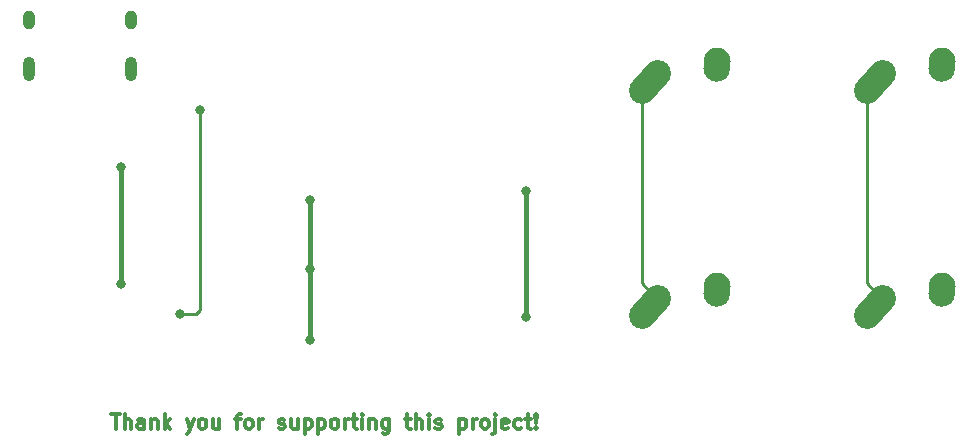
<source format=gbr>
%TF.GenerationSoftware,KiCad,Pcbnew,(6.0.0)*%
%TF.CreationDate,2023-04-29T04:55:56-07:00*%
%TF.ProjectId,coolpcbproject,636f6f6c-7063-4627-9072-6f6a6563742e,rev?*%
%TF.SameCoordinates,Original*%
%TF.FileFunction,Copper,L1,Top*%
%TF.FilePolarity,Positive*%
%FSLAX46Y46*%
G04 Gerber Fmt 4.6, Leading zero omitted, Abs format (unit mm)*
G04 Created by KiCad (PCBNEW (6.0.0)) date 2023-04-29 04:55:56*
%MOMM*%
%LPD*%
G01*
G04 APERTURE LIST*
G04 Aperture macros list*
%AMHorizOval*
0 Thick line with rounded ends*
0 $1 width*
0 $2 $3 position (X,Y) of the first rounded end (center of the circle)*
0 $4 $5 position (X,Y) of the second rounded end (center of the circle)*
0 Add line between two ends*
20,1,$1,$2,$3,$4,$5,0*
0 Add two circle primitives to create the rounded ends*
1,1,$1,$2,$3*
1,1,$1,$4,$5*%
G04 Aperture macros list end*
%ADD10C,0.300000*%
%TA.AperFunction,NonConductor*%
%ADD11C,0.300000*%
%TD*%
%TA.AperFunction,ComponentPad*%
%ADD12HorizOval,2.250000X0.655008X0.729993X-0.655008X-0.729993X0*%
%TD*%
%TA.AperFunction,ComponentPad*%
%ADD13C,2.250000*%
%TD*%
%TA.AperFunction,ComponentPad*%
%ADD14HorizOval,2.250000X0.020000X0.290000X-0.020000X-0.290000X0*%
%TD*%
%TA.AperFunction,ComponentPad*%
%ADD15HorizOval,2.250000X0.655001X0.730000X-0.655001X-0.730000X0*%
%TD*%
%TA.AperFunction,ComponentPad*%
%ADD16O,1.000000X1.600000*%
%TD*%
%TA.AperFunction,ComponentPad*%
%ADD17O,1.000000X2.100000*%
%TD*%
%TA.AperFunction,ViaPad*%
%ADD18C,0.800000*%
%TD*%
%TA.AperFunction,Conductor*%
%ADD19C,0.381000*%
%TD*%
%TA.AperFunction,Conductor*%
%ADD20C,0.254000*%
%TD*%
G04 APERTURE END LIST*
D10*
D11*
X140557523Y-113742476D02*
X141271809Y-113742476D01*
X140914666Y-114992476D02*
X140914666Y-113742476D01*
X141688476Y-114992476D02*
X141688476Y-113742476D01*
X142224190Y-114992476D02*
X142224190Y-114337714D01*
X142164666Y-114218666D01*
X142045619Y-114159142D01*
X141867047Y-114159142D01*
X141748000Y-114218666D01*
X141688476Y-114278190D01*
X143355142Y-114992476D02*
X143355142Y-114337714D01*
X143295619Y-114218666D01*
X143176571Y-114159142D01*
X142938476Y-114159142D01*
X142819428Y-114218666D01*
X143355142Y-114932952D02*
X143236095Y-114992476D01*
X142938476Y-114992476D01*
X142819428Y-114932952D01*
X142759904Y-114813904D01*
X142759904Y-114694857D01*
X142819428Y-114575809D01*
X142938476Y-114516285D01*
X143236095Y-114516285D01*
X143355142Y-114456761D01*
X143950380Y-114159142D02*
X143950380Y-114992476D01*
X143950380Y-114278190D02*
X144009904Y-114218666D01*
X144128952Y-114159142D01*
X144307523Y-114159142D01*
X144426571Y-114218666D01*
X144486095Y-114337714D01*
X144486095Y-114992476D01*
X145081333Y-114992476D02*
X145081333Y-113742476D01*
X145200380Y-114516285D02*
X145557523Y-114992476D01*
X145557523Y-114159142D02*
X145081333Y-114635333D01*
X146926571Y-114159142D02*
X147224190Y-114992476D01*
X147521809Y-114159142D02*
X147224190Y-114992476D01*
X147105142Y-115290095D01*
X147045619Y-115349619D01*
X146926571Y-115409142D01*
X148176571Y-114992476D02*
X148057523Y-114932952D01*
X147998000Y-114873428D01*
X147938476Y-114754380D01*
X147938476Y-114397238D01*
X147998000Y-114278190D01*
X148057523Y-114218666D01*
X148176571Y-114159142D01*
X148355142Y-114159142D01*
X148474190Y-114218666D01*
X148533714Y-114278190D01*
X148593238Y-114397238D01*
X148593238Y-114754380D01*
X148533714Y-114873428D01*
X148474190Y-114932952D01*
X148355142Y-114992476D01*
X148176571Y-114992476D01*
X149664666Y-114159142D02*
X149664666Y-114992476D01*
X149128952Y-114159142D02*
X149128952Y-114813904D01*
X149188476Y-114932952D01*
X149307523Y-114992476D01*
X149486095Y-114992476D01*
X149605142Y-114932952D01*
X149664666Y-114873428D01*
X151033714Y-114159142D02*
X151509904Y-114159142D01*
X151212285Y-114992476D02*
X151212285Y-113921047D01*
X151271809Y-113802000D01*
X151390857Y-113742476D01*
X151509904Y-113742476D01*
X152105142Y-114992476D02*
X151986095Y-114932952D01*
X151926571Y-114873428D01*
X151867047Y-114754380D01*
X151867047Y-114397238D01*
X151926571Y-114278190D01*
X151986095Y-114218666D01*
X152105142Y-114159142D01*
X152283714Y-114159142D01*
X152402761Y-114218666D01*
X152462285Y-114278190D01*
X152521809Y-114397238D01*
X152521809Y-114754380D01*
X152462285Y-114873428D01*
X152402761Y-114932952D01*
X152283714Y-114992476D01*
X152105142Y-114992476D01*
X153057523Y-114992476D02*
X153057523Y-114159142D01*
X153057523Y-114397238D02*
X153117047Y-114278190D01*
X153176571Y-114218666D01*
X153295619Y-114159142D01*
X153414666Y-114159142D01*
X154724190Y-114932952D02*
X154843238Y-114992476D01*
X155081333Y-114992476D01*
X155200380Y-114932952D01*
X155259904Y-114813904D01*
X155259904Y-114754380D01*
X155200380Y-114635333D01*
X155081333Y-114575809D01*
X154902761Y-114575809D01*
X154783714Y-114516285D01*
X154724190Y-114397238D01*
X154724190Y-114337714D01*
X154783714Y-114218666D01*
X154902761Y-114159142D01*
X155081333Y-114159142D01*
X155200380Y-114218666D01*
X156331333Y-114159142D02*
X156331333Y-114992476D01*
X155795619Y-114159142D02*
X155795619Y-114813904D01*
X155855142Y-114932952D01*
X155974190Y-114992476D01*
X156152761Y-114992476D01*
X156271809Y-114932952D01*
X156331333Y-114873428D01*
X156926571Y-114159142D02*
X156926571Y-115409142D01*
X156926571Y-114218666D02*
X157045619Y-114159142D01*
X157283714Y-114159142D01*
X157402761Y-114218666D01*
X157462285Y-114278190D01*
X157521809Y-114397238D01*
X157521809Y-114754380D01*
X157462285Y-114873428D01*
X157402761Y-114932952D01*
X157283714Y-114992476D01*
X157045619Y-114992476D01*
X156926571Y-114932952D01*
X158057523Y-114159142D02*
X158057523Y-115409142D01*
X158057523Y-114218666D02*
X158176571Y-114159142D01*
X158414666Y-114159142D01*
X158533714Y-114218666D01*
X158593238Y-114278190D01*
X158652761Y-114397238D01*
X158652761Y-114754380D01*
X158593238Y-114873428D01*
X158533714Y-114932952D01*
X158414666Y-114992476D01*
X158176571Y-114992476D01*
X158057523Y-114932952D01*
X159367047Y-114992476D02*
X159248000Y-114932952D01*
X159188476Y-114873428D01*
X159128952Y-114754380D01*
X159128952Y-114397238D01*
X159188476Y-114278190D01*
X159248000Y-114218666D01*
X159367047Y-114159142D01*
X159545619Y-114159142D01*
X159664666Y-114218666D01*
X159724190Y-114278190D01*
X159783714Y-114397238D01*
X159783714Y-114754380D01*
X159724190Y-114873428D01*
X159664666Y-114932952D01*
X159545619Y-114992476D01*
X159367047Y-114992476D01*
X160319428Y-114992476D02*
X160319428Y-114159142D01*
X160319428Y-114397238D02*
X160378952Y-114278190D01*
X160438476Y-114218666D01*
X160557523Y-114159142D01*
X160676571Y-114159142D01*
X160914666Y-114159142D02*
X161390857Y-114159142D01*
X161093238Y-113742476D02*
X161093238Y-114813904D01*
X161152761Y-114932952D01*
X161271809Y-114992476D01*
X161390857Y-114992476D01*
X161807523Y-114992476D02*
X161807523Y-114159142D01*
X161807523Y-113742476D02*
X161747999Y-113802000D01*
X161807523Y-113861523D01*
X161867047Y-113802000D01*
X161807523Y-113742476D01*
X161807523Y-113861523D01*
X162402761Y-114159142D02*
X162402761Y-114992476D01*
X162402761Y-114278190D02*
X162462285Y-114218666D01*
X162581333Y-114159142D01*
X162759904Y-114159142D01*
X162878952Y-114218666D01*
X162938476Y-114337714D01*
X162938476Y-114992476D01*
X164069428Y-114159142D02*
X164069428Y-115171047D01*
X164009904Y-115290095D01*
X163950380Y-115349619D01*
X163831333Y-115409142D01*
X163652761Y-115409142D01*
X163533714Y-115349619D01*
X164069428Y-114932952D02*
X163950380Y-114992476D01*
X163712285Y-114992476D01*
X163593238Y-114932952D01*
X163533714Y-114873428D01*
X163474190Y-114754380D01*
X163474190Y-114397238D01*
X163533714Y-114278190D01*
X163593238Y-114218666D01*
X163712285Y-114159142D01*
X163950380Y-114159142D01*
X164069428Y-114218666D01*
X165438476Y-114159142D02*
X165914666Y-114159142D01*
X165617047Y-113742476D02*
X165617047Y-114813904D01*
X165676571Y-114932952D01*
X165795619Y-114992476D01*
X165914666Y-114992476D01*
X166331333Y-114992476D02*
X166331333Y-113742476D01*
X166867047Y-114992476D02*
X166867047Y-114337714D01*
X166807523Y-114218666D01*
X166688476Y-114159142D01*
X166509904Y-114159142D01*
X166390857Y-114218666D01*
X166331333Y-114278190D01*
X167462285Y-114992476D02*
X167462285Y-114159142D01*
X167462285Y-113742476D02*
X167402761Y-113802000D01*
X167462285Y-113861523D01*
X167521809Y-113802000D01*
X167462285Y-113742476D01*
X167462285Y-113861523D01*
X167997999Y-114932952D02*
X168117047Y-114992476D01*
X168355142Y-114992476D01*
X168474190Y-114932952D01*
X168533714Y-114813904D01*
X168533714Y-114754380D01*
X168474190Y-114635333D01*
X168355142Y-114575809D01*
X168176571Y-114575809D01*
X168057523Y-114516285D01*
X167997999Y-114397238D01*
X167997999Y-114337714D01*
X168057523Y-114218666D01*
X168176571Y-114159142D01*
X168355142Y-114159142D01*
X168474190Y-114218666D01*
X170021809Y-114159142D02*
X170021809Y-115409142D01*
X170021809Y-114218666D02*
X170140857Y-114159142D01*
X170378952Y-114159142D01*
X170497999Y-114218666D01*
X170557523Y-114278190D01*
X170617047Y-114397238D01*
X170617047Y-114754380D01*
X170557523Y-114873428D01*
X170497999Y-114932952D01*
X170378952Y-114992476D01*
X170140857Y-114992476D01*
X170021809Y-114932952D01*
X171152761Y-114992476D02*
X171152761Y-114159142D01*
X171152761Y-114397238D02*
X171212285Y-114278190D01*
X171271809Y-114218666D01*
X171390857Y-114159142D01*
X171509904Y-114159142D01*
X172105142Y-114992476D02*
X171986095Y-114932952D01*
X171926571Y-114873428D01*
X171867047Y-114754380D01*
X171867047Y-114397238D01*
X171926571Y-114278190D01*
X171986095Y-114218666D01*
X172105142Y-114159142D01*
X172283714Y-114159142D01*
X172402761Y-114218666D01*
X172462285Y-114278190D01*
X172521809Y-114397238D01*
X172521809Y-114754380D01*
X172462285Y-114873428D01*
X172402761Y-114932952D01*
X172283714Y-114992476D01*
X172105142Y-114992476D01*
X173057523Y-114159142D02*
X173057523Y-115230571D01*
X172997999Y-115349619D01*
X172878952Y-115409142D01*
X172819428Y-115409142D01*
X173057523Y-113742476D02*
X172997999Y-113802000D01*
X173057523Y-113861523D01*
X173117047Y-113802000D01*
X173057523Y-113742476D01*
X173057523Y-113861523D01*
X174128952Y-114932952D02*
X174009904Y-114992476D01*
X173771809Y-114992476D01*
X173652761Y-114932952D01*
X173593238Y-114813904D01*
X173593238Y-114337714D01*
X173652761Y-114218666D01*
X173771809Y-114159142D01*
X174009904Y-114159142D01*
X174128952Y-114218666D01*
X174188476Y-114337714D01*
X174188476Y-114456761D01*
X173593238Y-114575809D01*
X175259904Y-114932952D02*
X175140857Y-114992476D01*
X174902761Y-114992476D01*
X174783714Y-114932952D01*
X174724190Y-114873428D01*
X174664666Y-114754380D01*
X174664666Y-114397238D01*
X174724190Y-114278190D01*
X174783714Y-114218666D01*
X174902761Y-114159142D01*
X175140857Y-114159142D01*
X175259904Y-114218666D01*
X175617047Y-114159142D02*
X176093238Y-114159142D01*
X175795619Y-113742476D02*
X175795619Y-114813904D01*
X175855142Y-114932952D01*
X175974190Y-114992476D01*
X176093238Y-114992476D01*
X176509904Y-114873428D02*
X176569428Y-114932952D01*
X176509904Y-114992476D01*
X176450380Y-114932952D01*
X176509904Y-114873428D01*
X176509904Y-114992476D01*
X176509904Y-114516285D02*
X176450380Y-113802000D01*
X176509904Y-113742476D01*
X176569428Y-113802000D01*
X176509904Y-114516285D01*
X176509904Y-113742476D01*
D12*
%TO.P,MX4,1,COL*%
%TO.N,col1*%
X205174809Y-104729808D03*
D13*
X205829801Y-103999801D03*
%TO.P,MX4,2,ROW*%
%TO.N,Net-(D4-Pad2)*%
X210869801Y-102919801D03*
D14*
X210849801Y-103209801D03*
%TD*%
D13*
%TO.P,MX2,1,COL*%
%TO.N,col1*%
X205829801Y-84949801D03*
D12*
X205174809Y-85679808D03*
D13*
%TO.P,MX2,2,ROW*%
%TO.N,Net-(D2-Pad2)*%
X210869801Y-83869801D03*
D14*
X210849801Y-84159801D03*
%TD*%
D13*
%TO.P,MX1,1,COL*%
%TO.N,col0*%
X186779801Y-84949801D03*
D15*
X186124802Y-85679801D03*
D14*
%TO.P,MX1,2,ROW*%
%TO.N,Net-(D1-Pad2)*%
X191799801Y-84159801D03*
D13*
X191819801Y-83869801D03*
%TD*%
D15*
%TO.P,MX3,1,COL*%
%TO.N,col0*%
X186124802Y-104729801D03*
D13*
X186779801Y-103999801D03*
%TO.P,MX3,2,ROW*%
%TO.N,Net-(D3-Pad2)*%
X191819801Y-102919801D03*
D14*
X191799801Y-103209801D03*
%TD*%
D16*
%TO.P,USB1,13,SHIELD*%
%TO.N,GND*%
X142242000Y-80391000D03*
D17*
X142242000Y-84571000D03*
X133602000Y-84571000D03*
D16*
X133602000Y-80391000D03*
%TD*%
D18*
%TO.N,+5V*%
X157353000Y-107442000D03*
X157353000Y-101473000D03*
X175641000Y-105537000D03*
X141351000Y-102743000D03*
X141351000Y-92837000D03*
X157353000Y-95631000D03*
X175641000Y-94869000D03*
%TO.N,Net-(R1-Pad1)*%
X146335750Y-105251250D03*
X148082000Y-88011000D03*
%TD*%
D19*
%TO.N,+5V*%
X175641000Y-94869000D02*
X175641000Y-105537000D01*
X141351000Y-102743000D02*
X141351000Y-92837000D01*
X157353000Y-101473000D02*
X157353000Y-95631000D01*
X157353000Y-107442000D02*
X157353000Y-101473000D01*
D20*
%TO.N,col0*%
X185469801Y-86409801D02*
X185469801Y-102689801D01*
X185469801Y-102689801D02*
X186779801Y-103999801D01*
%TO.N,Net-(R1-Pad1)*%
X148082000Y-104902000D02*
X147701000Y-105283000D01*
X147701000Y-105283000D02*
X146431000Y-105283000D01*
X148082000Y-88011000D02*
X148082000Y-104902000D01*
%TO.N,col1*%
X204519801Y-102689801D02*
X205829801Y-103999801D01*
X204519801Y-86409801D02*
X204519801Y-102689801D01*
%TD*%
M02*

</source>
